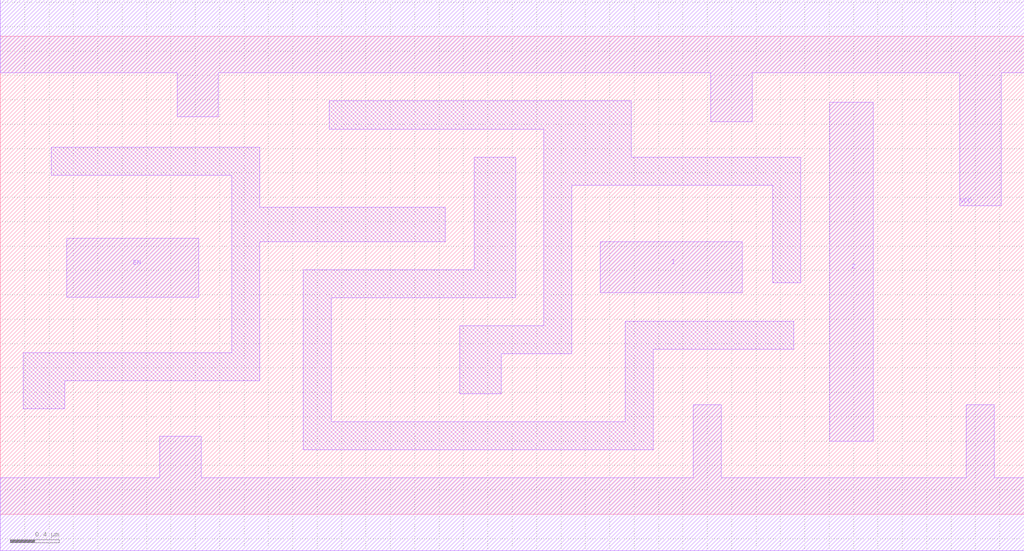
<source format=lef>
# Copyright 2022 GlobalFoundries PDK Authors
#
# Licensed under the Apache License, Version 2.0 (the "License");
# you may not use this file except in compliance with the License.
# You may obtain a copy of the License at
#
#      http://www.apache.org/licenses/LICENSE-2.0
#
# Unless required by applicable law or agreed to in writing, software
# distributed under the License is distributed on an "AS IS" BASIS,
# WITHOUT WARRANTIES OR CONDITIONS OF ANY KIND, either express or implied.
# See the License for the specific language governing permissions and
# limitations under the License.

MACRO gf180mcu_fd_sc_mcu7t5v0__bufz_2
  CLASS core ;
  FOREIGN gf180mcu_fd_sc_mcu7t5v0__bufz_2 0.0 0.0 ;
  ORIGIN 0 0 ;
  SYMMETRY X Y ;
  SITE GF018hv5v_mcu_sc7 ;
  SIZE 8.4 BY 3.92 ;
  PIN EN
    DIRECTION INPUT ;
    ANTENNAGATEAREA 1.929 ;
    PORT
      LAYER Metal1 ;
        POLYGON 0.545 1.78 1.63 1.78 1.63 2.265 0.545 2.265  ;
    END
  END EN
  PIN I
    DIRECTION INPUT ;
    ANTENNAGATEAREA 1.0795 ;
    PORT
      LAYER Metal1 ;
        POLYGON 4.92 1.815 6.085 1.815 6.085 2.235 4.92 2.235  ;
    END
  END I
  PIN Z
    DIRECTION OUTPUT ;
    ANTENNADIFFAREA 1.0374 ;
    PORT
      LAYER Metal1 ;
        POLYGON 6.805 0.6 7.16 0.6 7.16 3.38 6.805 3.38  ;
    END
  END Z
  PIN VDD
    DIRECTION INOUT ;
    USE power ;
    SHAPE ABUTMENT ;
    PORT
      LAYER Metal1 ;
        POLYGON 0 3.62 1.45 3.62 1.45 3.26 1.79 3.26 1.79 3.62 5.83 3.62 5.83 3.22 6.17 3.22 6.17 3.62 6.565 3.62 7.87 3.62 7.87 2.53 8.21 2.53 8.21 3.62 8.4 3.62 8.4 4.22 6.565 4.22 0 4.22  ;
    END
  END VDD
  PIN VSS
    DIRECTION INOUT ;
    USE ground ;
    SHAPE ABUTMENT ;
    PORT
      LAYER Metal1 ;
        POLYGON 0 -0.3 8.4 -0.3 8.4 0.3 8.155 0.3 8.155 0.9 7.925 0.9 7.925 0.3 5.915 0.3 5.915 0.9 5.685 0.9 5.685 0.3 1.65 0.3 1.65 0.64 1.31 0.64 1.31 0.3 0 0.3  ;
    END
  END VSS
  OBS
      LAYER Metal1 ;
        POLYGON 0.42 2.78 1.9 2.78 1.9 1.325 0.19 1.325 0.19 0.865 0.53 0.865 0.53 1.095 2.13 1.095 2.13 2.235 3.65 2.235 3.65 2.52 2.13 2.52 2.13 3.01 0.42 3.01  ;
        POLYGON 2.485 0.53 5.355 0.53 5.355 1.355 6.51 1.355 6.51 1.585 5.125 1.585 5.125 0.76 2.715 0.76 2.715 1.775 4.23 1.775 4.23 2.93 3.89 2.93 3.89 2.005 2.485 2.005  ;
        POLYGON 2.7 3.16 4.46 3.16 4.46 1.545 3.77 1.545 3.77 0.99 4.11 0.99 4.11 1.315 4.69 1.315 4.69 2.7 6.335 2.7 6.335 1.9 6.565 1.9 6.565 2.93 5.175 2.93 5.175 3.39 2.7 3.39  ;
  END
END gf180mcu_fd_sc_mcu7t5v0__bufz_2

</source>
